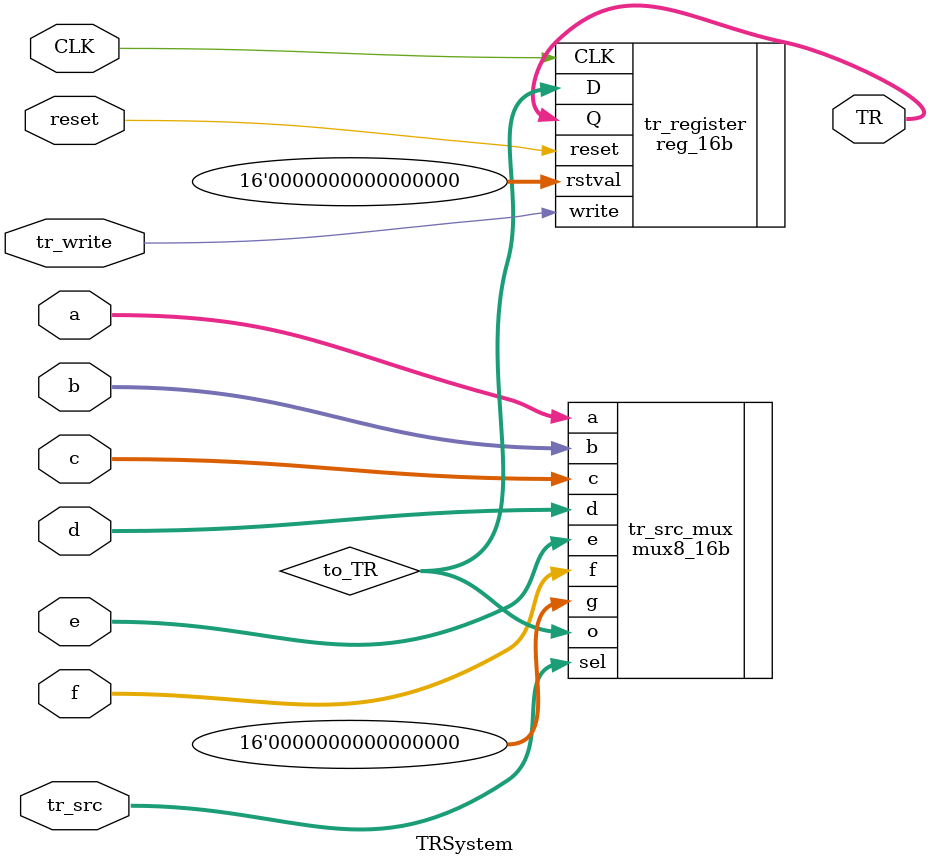
<source format=v>
`timescale 1ns / 1ps
module TRSystem(
	input [15:0] a,	// B Reg
	input [15:0] b,	// ALUout
	input [15:0] c,	// Left shifted imm
	input [15:0] d,	// Sign extended imm
	input [15:0] e,	// read_data from datastack
	input [15:0] f,	// User Input
	input [2:0] tr_src,
	input tr_write,
	input reset,
	input CLK,
	output [15:0] TR
   );
	
	wire [15:0] to_TR;
	
	mux8_16b tr_src_mux(
		.a(a),
		.b(b),
		.c(c),
		.d(d),
		.e(e),
		.f(f), //GND
		.g(16'b0),
		.sel(tr_src),
		.o(to_TR)
	);
	
	reg_16b tr_register(
		.D(to_TR),
		.rstval(16'b0),
		.write(tr_write),
		.reset(reset),
		.CLK(CLK),
		.Q(TR)
	);

endmodule

</source>
